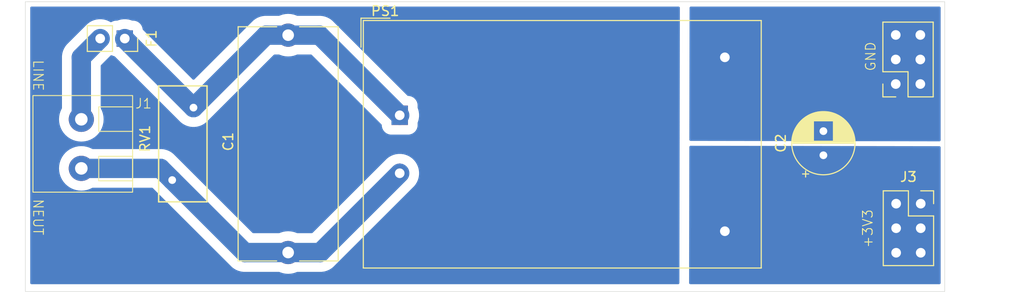
<source format=kicad_pcb>
(kicad_pcb (version 20240108) (generator "pcbnew") (generator_version "8.0")
  (layers (0 "F.Cu" signal) (31 "B.Cu" signal) (34 "B.Paste" user) (35 "F.Paste" user) (36 "B.SilkS" user "B.Silkscreen") (37 "F.SilkS" user "F.Silkscreen") (38 "B.Mask" user) (39 "F.Mask" user) (44 "Edge.Cuts" user))
  (net 0 "")
  (net 1 "GND")
  (net 2 "Net-(PS1-AC{slash}L)")
  (net 3 "NEUT")
  (net 4 "LINE")
  (net 5 "+3V3")
  (footprint "Connector_PinSocket_2.54mm:PinSocket_2x03_P2.54mm_Vertical" (layer "F.Cu") (at 142.31 39.7675 180)
    (property "Reference" "J4" (hide yes))
    (property "Value" "Conn_02x03_Counter_Clockwise")
    (fp_line (start 1.33 1.27) (end 1.33 6.41) (stroke (width 0.12)) (layer "F.SilkS"))
    (fp_line (start 1.33 -1.33) (end 1.33 0) (stroke (width 0.12)) (layer "F.SilkS"))
    (fp_line (start 0 -1.33) (end 1.33 -1.33) (stroke (width 0.12)) (layer "F.SilkS"))
    (fp_line (start -1.27 1.27) (end 1.33 1.27) (stroke (width 0.12)) (layer "F.SilkS"))
    (fp_line (start -1.27 -1.33) (end -1.27 1.27) (stroke (width 0.12)) (layer "F.SilkS"))
    (fp_line (start -3.87 6.41) (end 1.33 6.41) (stroke (width 0.12)) (layer "F.SilkS"))
    (fp_line (start -3.87 -1.33) (end -1.27 -1.33) (stroke (width 0.12)) (layer "F.SilkS"))
    (fp_line (start -3.87 -1.33) (end -3.87 6.41) (stroke (width 0.12)) (layer "F.SilkS"))
    (pad "1" thru_hole rect (at 0 0 180) (size 1.7 1.7) (drill 1) (layers "*.Cu" "*.Mask") (net 1 "GND"))
    (pad "2" thru_hole oval (at -2.54 0 180) (size 1.7 1.7) (drill 1) (layers "*.Cu" "*.Mask") (net 1 "GND"))
    (pad "3" thru_hole oval (at 0 2.54 180) (size 1.7 1.7) (drill 1) (layers "*.Cu" "*.Mask") (net 1 "GND"))
    (pad "4" thru_hole oval (at -2.54 2.54 180) (size 1.7 1.7) (drill 1) (layers "*.Cu" "*.Mask") (net 1 "GND"))
    (pad "5" thru_hole oval (at 0 5.08 180) (size 1.7 1.7) (drill 1) (layers "*.Cu" "*.Mask") (net 1 "GND"))
    (pad "6" thru_hole oval (at -2.54 5.08 180) (size 1.7 1.7) (drill 1) (layers "*.Cu" "*.Mask") (net 1 "GND"))
  )
  (footprint "Capacitor_THT:CP_Radial_D6.3mm_P2.50mm" (layer "F.Cu") (at 134.83375 47.14238 90)
    (property "Reference" "C2" (at 1.25 -4.4 -90) (layer "F.SilkS"))
    (property "Value" "100uF")
    (fp_line (start 1.33 -3.23) (end 1.33 3.23) (stroke (width 0.12)) (layer "F.SilkS"))
    (fp_line (start 1.29 -3.23) (end 1.29 3.23) (stroke (width 0.12)) (layer "F.SilkS"))
    (fp_line (start 1.25 -3.23) (end 1.25 3.23) (stroke (width 0.12)) (layer "F.SilkS"))
    (fp_line (start 1.37 -3.228) (end 1.37 3.228) (stroke (width 0.12)) (layer "F.SilkS"))
    (fp_line (start 1.41 -3.227) (end 1.41 3.227) (stroke (width 0.12)) (layer "F.SilkS"))
    (fp_line (start 1.45 -3.224) (end 1.45 3.224) (stroke (width 0.12)) (layer "F.SilkS"))
    (fp_line (start 1.49 -3.222) (end 1.49 -1.04) (stroke (width 0.12)) (layer "F.SilkS"))
    (fp_line (start 1.53 -3.218) (end 1.53 -1.04) (stroke (width 0.12)) (layer "F.SilkS"))
    (fp_line (start 1.57 -3.215) (end 1.57 -1.04) (stroke (width 0.12)) (layer "F.SilkS"))
    (fp_line (start 1.61 -3.211) (end 1.61 -1.04) (stroke (width 0.12)) (layer "F.SilkS"))
    (fp_line (start 1.65 -3.206) (end 1.65 -1.04) (stroke (width 0.12)) (layer "F.SilkS"))
    (fp_line (start 1.69 -3.201) (end 1.69 -1.04) (stroke (width 0.12)) (layer "F.SilkS"))
    (fp_line (start 1.73 -3.195) (end 1.73 -1.04) (stroke (width 0.12)) (layer "F.SilkS"))
    (fp_line (start 1.77 -3.189) (end 1.77 -1.04) (stroke (width 0.12)) (layer "F.SilkS"))
    (fp_line (start 1.81 -3.182) (end 1.81 -1.04) (stroke (width 0.12)) (layer "F.SilkS"))
    (fp_line (start 1.85 -3.175) (end 1.85 -1.04) (stroke (width 0.12)) (layer "F.SilkS"))
    (fp_line (start 1.89 -3.167) (end 1.89 -1.04) (stroke (width 0.12)) (layer "F.SilkS"))
    (fp_line (start 1.93 -3.159) (end 1.93 -1.04) (stroke (width 0.12)) (layer "F.SilkS"))
    (fp_line (start 1.971 -3.15) (end 1.971 -1.04) (stroke (width 0.12)) (layer "F.SilkS"))
    (fp_line (start 2.011 -3.141) (end 2.011 -1.04) (stroke (width 0.12)) (layer "F.SilkS"))
    (fp_line (start 2.051 -3.131) (end 2.051 -1.04) (stroke (width 0.12)) (layer "F.SilkS"))
    (fp_line (start 2.091 -3.121) (end 2.091 -1.04) (stroke (width 0.12)) (layer "F.SilkS"))
    (fp_line (start 2.131 -3.11) (end 2.131 -1.04) (stroke (width 0.12)) (layer "F.SilkS"))
    (fp_line (start 2.171 -3.098) (end 2.171 -1.04) (stroke (width 0.12)) (layer "F.SilkS"))
    (fp_line (start 2.211 -3.086) (end 2.211 -1.04) (stroke (width 0.12)) (layer "F.SilkS"))
    (fp_line (start 2.251 -3.074) (end 2.251 -1.04) (stroke (width 0.12)) (layer "F.SilkS"))
    (fp_line (start 2.291 -3.061) (end 2.291 -1.04) (stroke (width 0.12)) (layer "F.SilkS"))
    (fp_line (start 2.331 -3.047) (end 2.331 -1.04) (stroke (width 0.12)) (layer "F.SilkS"))
    (fp_line (start 2.371 -3.033) (end 2.371 -1.04) (stroke (width 0.12)) (layer "F.SilkS"))
    (fp_line (start 2.411 -3.018) (end 2.411 -1.04) (stroke (width 0.12)) (layer "F.SilkS"))
    (fp_line (start 2.451 -3.002) (end 2.451 -1.04) (stroke (width 0.12)) (layer "F.SilkS"))
    (fp_line (start 2.491 -2.986) (end 2.491 -1.04) (stroke (width 0.12)) (layer "F.SilkS"))
    (fp_line (start 2.531 -2.97) (end 2.531 -1.04) (stroke (width 0.12)) (layer "F.SilkS"))
    (fp_line (start 2.571 -2.952) (end 2.571 -1.04) (stroke (width 0.12)) (layer "F.SilkS"))
    (fp_line (start 2.611 -2.934) (end 2.611 -1.04) (stroke (width 0.12)) (layer "F.SilkS"))
    (fp_line (start 2.651 -2.916) (end 2.651 -1.04) (stroke (width 0.12)) (layer "F.SilkS"))
    (fp_line (start 2.691 -2.896) (end 2.691 -1.04) (stroke (width 0.12)) (layer "F.SilkS"))
    (fp_line (start 2.731 -2.876) (end 2.731 -1.04) (stroke (width 0.12)) (layer "F.SilkS"))
    (fp_line (start 2.771 -2.856) (end 2.771 -1.04) (stroke (width 0.12)) (layer "F.SilkS"))
    (fp_line (start 2.811 -2.834) (end 2.811 -1.04) (stroke (width 0.12)) (layer "F.SilkS"))
    (fp_line (start 2.851 -2.812) (end 2.851 -1.04) (stroke (width 0.12)) (layer "F.SilkS"))
    (fp_line (start 2.891 -2.79) (end 2.891 -1.04) (stroke (width 0.12)) (layer "F.SilkS"))
    (fp_line (start 2.931 -2.766) (end 2.931 -1.04) (stroke (width 0.12)) (layer "F.SilkS"))
    (fp_line (start 2.971 -2.742) (end 2.971 -1.04) (stroke (width 0.12)) (layer "F.SilkS"))
    (fp_line (start 3.011 -2.716) (end 3.011 -1.04) (stroke (width 0.12)) (layer "F.SilkS"))
    (fp_line (start 3.051 -2.69) (end 3.051 -1.04) (stroke (width 0.12)) (layer "F.SilkS"))
    (fp_line (start 3.091 -2.664) (end 3.091 -1.04) (stroke (width 0.12)) (layer "F.SilkS"))
    (fp_line (start 3.131 -2.636) (end 3.131 -1.04) (stroke (width 0.12)) (layer "F.SilkS"))
    (fp_line (start 3.171 -2.607) (end 3.171 -1.04) (stroke (width 0.12)) (layer "F.SilkS"))
    (fp_line (start 3.211 -2.578) (end 3.211 -1.04) (stroke (width 0.12)) (layer "F.SilkS"))
    (fp_line (start 3.251 -2.548) (end 3.251 -1.04) (stroke (width 0.12)) (layer "F.SilkS"))
    (fp_line (start 3.291 -2.516) (end 3.291 -1.04) (stroke (width 0.12)) (layer "F.SilkS"))
    (fp_line (start 3.331 -2.484) (end 3.331 -1.04) (stroke (width 0.12)) (layer "F.SilkS"))
    (fp_line (start 3.371 -2.45) (end 3.371 -1.04) (stroke (width 0.12)) (layer "F.SilkS"))
    (fp_line (start 3.411 -2.416) (end 3.411 -1.04) (stroke (width 0.12)) (layer "F.SilkS"))
    (fp_line (start 3.451 -2.38) (end 3.451 -1.04) (stroke (width 0.12)) (layer "F.SilkS"))
    (fp_line (start 3.491 -2.343) (end 3.491 -1.04) (stroke (width 0.12)) (layer "F.SilkS"))
    (fp_line (start 3.531 -2.305) (end 3.531 -1.04) (stroke (width 0.12)) (layer "F.SilkS"))
    (fp_line (start 3.571 -2.265) (end 3.571 2.265) (stroke (width 0.12)) (layer "F.SilkS"))
    (fp_line (start 3.611 -2.224) (end 3.611 2.224) (stroke (width 0.12)) (layer "F.SilkS"))
    (fp_line (start 3.651 -2.182) (end 3.651 2.182) (stroke (width 0.12)) (layer "F.SilkS"))
    (fp_line (start -1.935241 -2.154) (end -1.935241 -1.524) (stroke (width 0.12)) (layer "F.SilkS"))
    (fp_line (start 3.691 -2.137) (end 3.691 2.137) (stroke (width 0.12)) (layer "F.SilkS"))
    (fp_line (start 3.731 -2.092) (end 3.731 2.092) (stroke (width 0.12)) (layer "F.SilkS"))
    (fp_line (start 3.771 -2.044) (end 3.771 2.044) (stroke (width 0.12)) (layer "F.SilkS"))
    (fp_line (start 3.811 -1.995) (end 3.811 1.995) (stroke (width 0.12)) (layer "F.SilkS"))
    (fp_line (start 3.851 -1.944) (end 3.851 1.944) (stroke (width 0.12)) (layer "F.SilkS"))
    (fp_line (start 3.891 -1.89) (end 3.891 1.89) (stroke (width 0.12)) (layer "F.SilkS"))
    (fp_line (start -2.250241 -1.839) (end -1.620241 -1.839) (stroke (width 0.12)) (layer "F.SilkS"))
    (fp_line (start 3.931 -1.834) (end 3.931 1.834) (stroke (width 0.12)) (layer "F.SilkS"))
    (fp_line (start 3.971 -1.776) (end 3.971 1.776) (stroke (width 0.12)) (layer "F.SilkS"))
    (fp_line (start 4.011 -1.714) (end 4.011 1.714) (stroke (width 0.12)) (layer "F.SilkS"))
    (fp_line (start 4.051 -1.65) (end 4.051 1.65) (stroke (width 0.12)) (layer "F.SilkS"))
    (fp_line (start 4.091 -1.581) (end 4.091 1.581) (stroke (width 0.12)) (layer "F.SilkS"))
    (fp_line (start 4.131 -1.509) (end 4.131 1.509) (stroke (width 0.12)) (layer "F.SilkS"))
    (fp_line (start 4.171 -1.432) (end 4.171 1.432) (stroke (width 0.12)) (layer "F.SilkS"))
    (fp_line (start 4.211 -1.35) (end 4.211 1.35) (stroke (width 0.12)) (layer "F.SilkS"))
    (fp_line (start 4.251 -1.262) (end 4.251 1.262) (stroke (width 0.12)) (layer "F.SilkS"))
    (fp_line (start 4.291 -1.165) (end 4.291 1.165) (stroke (width 0.12)) (layer "F.SilkS"))
    (fp_line (start 4.331 -1.059) (end 4.331 1.059) (stroke (width 0.12)) (layer "F.SilkS"))
    (fp_line (start 4.371 -0.94) (end 4.371 0.94) (stroke (width 0.12)) (layer "F.SilkS"))
    (fp_line (start 4.411 -0.802) (end 4.411 0.802) (stroke (width 0.12)) (layer "F.SilkS"))
    (fp_line (start 4.451 -0.633) (end 4.451 0.633) (stroke (width 0.12)) (layer "F.SilkS"))
    (fp_line (start 4.491 -0.402) (end 4.491 0.402) (stroke (width 0.12)) (layer "F.SilkS"))
    (fp_line (start 3.531 1.04) (end 3.531 2.305) (stroke (width 0.12)) (layer "F.SilkS"))
    (fp_line (start 3.491 1.04) (end 3.491 2.343) (stroke (width 0.12)) (layer "F.SilkS"))
    (fp_line (start 3.451 1.04) (end 3.451 2.38) (stroke (width 0.12)) (layer "F.SilkS"))
    (fp_line (start 3.411 1.04) (end 3.411 2.416) (stroke (width 0.12)) (layer "F.SilkS"))
    (fp_line (start 3.371 1.04) (end 3.371 2.45) (stroke (width 0.12)) (layer "F.SilkS"))
    (fp_line (start 3.331 1.04) (end 3.331 2.484) (stroke (width 0.12)) (layer "F.SilkS"))
    (fp_line (start 3.291 1.04) (end 3.291 2.516) (stroke (width 0.12)) (layer "F.SilkS"))
    (fp_line (start 3.251 1.04) (end 3.251 2.548) (stroke (width 0.12)) (layer "F.SilkS"))
    (fp_line (start 3.211 1.04) (end 3.211 2.578) (stroke (width 0.12)) (layer "F.SilkS"))
    (fp_line (start 3.171 1.04) (end 3.171 2.607) (stroke (width 0.12)) (layer "F.SilkS"))
    (fp_line (start 3.131 1.04) (end 3.131 2.636) (stroke (width 0.12)) (layer "F.SilkS"))
    (fp_line (start 3.091 1.04) (end 3.091 2.664) (stroke (width 0.12)) (layer "F.SilkS"))
    (fp_line (start 3.051 1.04) (end 3.051 2.69) (stroke (width 0.12)) (layer "F.SilkS"))
    (fp_line (start 3.011 1.04) (end 3.011 2.716) (stroke (width 0.12)) (layer "F.SilkS"))
    (fp_line (start 2.971 1.04) (end 2.971 2.742) (stroke (width 0.12)) (layer "F.SilkS"))
    (fp_line (start 2.931 1.04) (end 2.931 2.766) (stroke (width 0.12)) (layer "F.SilkS"))
    (fp_line (start 2.891 1.04) (end 2.891 2.79) (stroke (width 0.12)) (layer "F.SilkS"))
    (fp_line (start 2.851 1.04) (end 2.851 2.812) (stroke (width 0.12)) (layer "F.SilkS"))
    (fp_line (start 2.811 1.04) (end 2.811 2.834) (stroke (width 0.12)) (layer "F.SilkS"))
    (fp_line (start 2.771 1.04) (end 2.771 2.856) (stroke (width 0.12)) (layer "F.SilkS"))
    (fp_line (start 2.731 1.04) (end 2.731 2.876) (stroke (width 0.12)) (layer "F.SilkS"))
    (fp_line (start 2.691 1.04) (end 2.691 2.896) (stroke (width 0.12)) (layer "F.SilkS"))
    (fp_line (start 2.651 1.04) (end 2.651 2.916) (stroke (width 0.12)) (layer "F.SilkS"))
    (fp_line (start 2.611 1.04) (end 2.611 2.934) (stroke (width 0.12)) (layer "F.SilkS"))
    (fp_line (start 2.571 1.04) (end 2.571 2.952) (stroke (width 0.12)) (layer "F.SilkS"))
    (fp_line (start 2.531 1.04) (end 2.531 2.97) (stroke (width 0.12)) (layer "F.SilkS"))
    (fp_line (start 2.491 1.04) (end 2.491 2.986) (stroke (width 0.12)) (layer "F.SilkS"))
    (fp_line (start 2.451 1.04) (end 2.451 3.002) (stroke (width 0.12)) (layer "F.SilkS"))
    (fp_line (start 2.411 1.04) (end 2.411 3.018) (stroke (width 0.12)) (layer "F.SilkS"))
    (fp_line (start 2.371 1.04) (end 2.371 3.033) (stroke (width 0.12)) (layer "F.SilkS"))
    (fp_line (start 2.331 1.04) (end 2.331 3.047) (stroke (width 0.12)) (layer "F.SilkS"))
    (fp_line (start 2.291 1.04) (end 2.291 3.061) (stroke (width 0.12)) (layer "F.SilkS"))
    (fp_line (start 2.251 1.04) (end 2.251 3.074) (stroke (width 0.12)) (layer "F.SilkS"))
    (fp_line (start 2.211 1.04) (end 2.211 3.086) (stroke (width 0.12)) (layer "F.SilkS"))
    (fp_line (start 2.171 1.04) (end 2.171 3.098) (stroke (width 0.12)) (layer "F.SilkS"))
    (fp_line (start 2.131 1.04) (end 2.131 3.11) (stroke (width 0.12)) (layer "F.SilkS"))
    (fp_line (start 2.091 1.04) (end 2.091 3.121) (stroke (width 0.12)) (layer "F.SilkS"))
    (fp_line (start 2.051 1.04) (end 2.051 3.131) (stroke (width 0.12)) (layer "F.SilkS"))
    (fp_line (start 2.011 1.04) (end 2.011 3.141) (stroke (width 0.12)) (layer "F.SilkS"))
    (fp_line (start 1.971 1.04) (end 1.971 3.15) (stroke (width 0.12)) (layer "F.SilkS"))
    (fp_line (start 1.93 1.04) (end 1.93 3.159) (stroke (width 0.12)) (layer "F.SilkS"))
    (fp_line (start 1.89 1.04) (end 1.89 3.167) (stroke (width 0.12)) (layer "F.SilkS"))
    (fp_line (start 1.85 1.04) (end 1.85 3.175) (stroke (width 0.12)) (layer "F.SilkS"))
    (fp_line (start 1.81 1.04) (end 1.81 3.182) (stroke (width 0.12)) (layer "F.SilkS"))
    (fp_line (start 1.77 1.04) (end 1.77 3.189) (stroke (width 0.12)) (layer "F.SilkS"))
    (fp_line (start 1.73 1.04) (end 1.73 3.195) (stroke (width 0.12)) (layer "F.SilkS"))
    (fp_line (start 1.69 1.04) (end 1.69 3.201) (stroke (width 0.12)) (layer "F.SilkS"))
    (fp_line (start 1.65 1.04) (end 1.65 3.206) (stroke (width 0.12)) (layer "F.SilkS"))
    (fp_line (start 1.61 1.04) (end 1.61 3.211) (stroke (width 0.12)) (layer "F.SilkS"))
    (fp_line (start 1.57 1.04) (end 1.57 3.215) (stroke (width 0.12)) (layer "F.SilkS"))
    (fp_line (start 1.53 1.04) (end 1.53 3.218) (stroke (width 0.12)) (layer "F.SilkS"))
    (fp_line (start 1.49 1.04) (end 1.49 3.222) (stroke (width 0.12)) (layer "F.SilkS"))
    (fp_circle (center 1.25 0) (end 4.52 0) (stroke (width 0.12)) (fill none) (layer "F.SilkS"))
    (pad "1" thru_hole rect (at 0 0 90) (size 1.6 1.6) (drill 0.8) (layers "*.Cu" "*.Mask") (net 5 "+3V3"))
    (pad "2" thru_hole circle (at 2.5 0 90) (size 1.6 1.6) (drill 0.8) (layers "*.Cu" "*.Mask") (net 1 "GND"))
  )
  (footprint "Varistor:RV_Disc_D12mm_W5mm_P7.5mm" (layer "F.Cu") (at 67.54 49.71 90)
    (property "Reference" "RV1" (at 4.29 -2.8 -90) (layer "F.SilkS"))
    (property "Value" "350V")
    (fp_line (start 9.75 -1.4) (end 9.75 3.6) (stroke (width 0.15)) (layer "F.SilkS"))
    (fp_line (start -2.25 -1.4) (end 9.75 -1.4) (stroke (width 0.15)) (layer "F.SilkS"))
    (fp_line (start -2.25 -1.4) (end -2.25 3.6) (stroke (width 0.15)) (layer "F.SilkS"))
    (fp_line (start -2.25 3.6) (end 9.75 3.6) (stroke (width 0.15)) (layer "F.SilkS"))
    (pad "1" thru_hole circle (at 0 0 90) (size 1.8 1.8) (drill 0.8) (layers "*.Cu" "*.Mask") (net 3 "NEUT"))
    (pad "2" thru_hole circle (at 7.5 2.2 90) (size 1.8 1.8) (drill 0.8) (layers "*.Cu" "*.Mask") (net 2 "Net-(PS1-AC{slash}L)"))
  )
  (footprint "Connector_PinSocket_2.54mm:PinSocket_1x02_P2.54mm_Vertical" (layer "F.Cu") (at 62.64 35.06 -90)
    (property "Reference" "F1" (at 0 -2.77 90) (layer "F.SilkS"))
    (property "Value" "1A/250V")
    (fp_line (start -1.33 3.87) (end 1.33 3.87) (stroke (width 0.12)) (layer "F.SilkS"))
    (fp_line (start -1.33 1.27) (end -1.33 3.87) (stroke (width 0.12)) (layer "F.SilkS"))
    (fp_line (start -1.33 1.27) (end 1.33 1.27) (stroke (width 0.12)) (layer "F.SilkS"))
    (fp_line (start 1.33 1.27) (end 1.33 3.87) (stroke (width 0.12)) (layer "F.SilkS"))
    (fp_line (start 0 -1.33) (end 1.33 -1.33) (stroke (width 0.12)) (layer "F.SilkS"))
    (fp_line (start 1.33 -1.33) (end 1.33 0) (stroke (width 0.12)) (layer "F.SilkS"))
    (pad "1" thru_hole rect (at 0 0 270) (size 1.7 1.7) (drill 1) (layers "*.Cu" "*.Mask") (net 2 "Net-(PS1-AC{slash}L)"))
    (pad "2" thru_hole oval (at 0 2.54 270) (size 1.7 1.7) (drill 1) (layers "*.Cu" "*.Mask") (net 4 "LINE"))
  )
  (footprint "Capacitor_THT:C_Rect_L24.0mm_W10.1mm_P22.50mm_MKT" (layer "F.Cu") (at 79.52375 34.71 -90)
    (property "Reference" "C1" (at 11.02 6.19375 90) (layer "F.SilkS"))
    (property "Value" "0.1uF/275Vac")
    (fp_line (start -0.87 5.17) (end 23.37 5.17) (stroke (width 0.12)) (layer "F.SilkS"))
    (fp_line (start -0.87 1.185) (end -0.87 5.17) (stroke (width 0.12)) (layer "F.SilkS"))
    (fp_line (start 23.37 1.185) (end 23.37 5.17) (stroke (width 0.12)) (layer "F.SilkS"))
    (fp_line (start -0.87 -5.17) (end -0.87 -1.185) (stroke (width 0.12)) (layer "F.SilkS"))
    (fp_line (start -0.87 -5.17) (end 23.37 -5.17) (stroke (width 0.12)) (layer "F.SilkS"))
    (fp_line (start 23.37 -5.17) (end 23.37 -1.185) (stroke (width 0.12)) (layer "F.SilkS"))
    (pad "1" thru_hole circle (at 0 0 270) (size 2.4 2.4) (drill 1.2) (layers "*.Cu" "*.Mask") (net 2 "Net-(PS1-AC{slash}L)"))
    (pad "2" thru_hole circle (at 22.5 0 270) (size 2.4 2.4) (drill 1.2) (layers "*.Cu" "*.Mask") (net 3 "NEUT"))
  )
  (footprint "1_Custom_Library:1x2P_5.00_Screw_Terminal_Block" (layer "F.Cu") (at 58.3 46.75 180)
    (property "Reference" "J1" (at -6.28 4.96 0) (layer "F.SilkS") (effects (font (thickness 0.1))))
    (property "Value" "Screw_Terminal_01x02")
    (fp_rect (start -5.15 2.08) (end -1.65 4.62) (stroke (width 0.1)) (fill none) (layer "F.SilkS"))
    (fp_rect (start -5.15 -3.04) (end -1.65 -0.5) (stroke (width 0.1)) (fill none) (layer "F.SilkS"))
    (fp_rect (start -5.15 -4.21) (end 5.15 5.79) (stroke (width 0.1)) (fill none) (layer "F.SilkS"))
    (pad "1" thru_hole circle (at 0.15 -1.75 180) (size 2.6 2.6) (drill 1.3) (layers "*.Cu" "*.Mask") (net 3 "NEUT"))
    (pad "2" thru_hole circle (at 0.15 3.33 180) (size 2.6 2.6) (drill 1.3) (layers "*.Cu" "*.Mask") (net 4 "LINE"))
  )
  (footprint "Connector_PinSocket_2.54mm:PinSocket_2x03_P2.54mm_Vertical" (layer "F.Cu") (at 144.89 52.1525)
    (property "Reference" "J3" (at -1.27 -2.77 0) (layer "F.SilkS"))
    (property "Value" "Conn_02x03_Counter_Clockwise")
    (fp_line (start -3.87 -1.33) (end -3.87 6.41) (stroke (width 0.12)) (layer "F.SilkS"))
    (fp_line (start -3.87 -1.33) (end -1.27 -1.33) (stroke (width 0.12)) (layer "F.SilkS"))
    (fp_line (start -3.87 6.41) (end 1.33 6.41) (stroke (width 0.12)) (layer "F.SilkS"))
    (fp_line (start -1.27 -1.33) (end -1.27 1.27) (stroke (width 0.12)) (layer "F.SilkS"))
    (fp_line (start -1.27 1.27) (end 1.33 1.27) (stroke (width 0.12)) (layer "F.SilkS"))
    (fp_line (start 0 -1.33) (end 1.33 -1.33) (stroke (width 0.12)) (layer "F.SilkS"))
    (fp_line (start 1.33 -1.33) (end 1.33 0) (stroke (width 0.12)) (layer "F.SilkS"))
    (fp_line (start 1.33 1.27) (end 1.33 6.41) (stroke (width 0.12)) (layer "F.SilkS"))
    (pad "1" thru_hole rect (at 0 0) (size 1.7 1.7) (drill 1) (layers "*.Cu" "*.Mask") (net 5 "+3V3"))
    (pad "2" thru_hole oval (at -2.54 0) (size 1.7 1.7) (drill 1) (layers "*.Cu" "*.Mask") (net 5 "+3V3"))
    (pad "3" thru_hole oval (at 0 2.54) (size 1.7 1.7) (drill 1) (layers "*.Cu" "*.Mask") (net 5 "+3V3"))
    (pad "4" thru_hole oval (at -2.54 2.54) (size 1.7 1.7) (drill 1) (layers "*.Cu" "*.Mask") (net 5 "+3V3"))
    (pad "5" thru_hole oval (at 0 5.08) (size 1.7 1.7) (drill 1) (layers "*.Cu" "*.Mask") (net 5 "+3V3"))
    (pad "6" thru_hole oval (at -2.54 5.08) (size 1.7 1.7) (drill 1) (layers "*.Cu" "*.Mask") (net 5 "+3V3"))
  )
  (footprint "Converter_ACDC:Converter_ACDC_Hi-Link_HLK-5Mxx" (layer "F.Cu") (at 91.05 43.0025)
    (property "Reference" "PS1" (at -1.5 -10.79 0) (layer "F.SilkS"))
    (property "Value" "HLK-5M03")
    (fp_line (start -4 -10.05) (end -1 -10.05) (stroke (width 0.12)) (layer "F.SilkS"))
    (fp_line (start -4 -7.05) (end -4 -10.05) (stroke (width 0.12)) (layer "F.SilkS"))
    (fp_line (start -3.76 -9.81) (end -3.76 15.81) (stroke (width 0.12)) (layer "F.SilkS"))
    (fp_line (start -3.76 -9.81) (end 37.36 -9.81) (stroke (width 0.12)) (layer "F.SilkS"))
    (fp_line (start -3.76 15.81) (end 37.36 15.81) (stroke (width 0.12)) (layer "F.SilkS"))
    (fp_line (start 37.36 -9.81) (end 37.36 15.81) (stroke (width 0.12)) (layer "F.SilkS"))
    (pad "1" thru_hole rect (at 0 0) (size 1.7 2) (drill 1) (layers "*.Cu" "*.Mask") (net 2 "Net-(PS1-AC{slash}L)"))
    (pad "2" thru_hole oval (at 0 6) (size 1.7 2) (drill 1) (layers "*.Cu" "*.Mask") (net 3 "NEUT"))
    (pad "3" thru_hole oval (at 33.6 -6) (size 1.7 2) (drill 1) (layers "*.Cu" "*.Mask") (net 1 "GND"))
    (pad "4" thru_hole oval (at 33.6 12) (size 1.7 2) (drill 1) (layers "*.Cu" "*.Mask") (net 5 "+3V3"))
  )
  (gr_rect (start 52.37 31.25) (end 147.37 61.25) (stroke (width 0.05)) (fill none) (layer "Edge.Cuts"))
  (gr_text "NEUT" (at 53.1 51.6 -90) (layer "F.SilkS") (effects (font (size 1 1) (thickness 0.1)) (justify left bottom)))
  (gr_text "+3V3" (at 140 56.8 90) (layer "F.SilkS") (effects (font (size 1 1) (thickness 0.1)) (justify left bottom)))
  (gr_text "GND" (at 140.3 38.5 90) (layer "F.SilkS") (effects (font (size 1 1) (thickness 0.1)) (justify left bottom)))
  (gr_text "LINE" (at 53.1 37.2 -90) (layer "F.SilkS") (effects (font (size 1 1) (thickness 0.1)) (justify left bottom)))
  (segment (start 62.64 35.11) (end 69.74 42.21) (width 2) (layer "B.Cu") (net 2))
  (segment (start 79.52375 34.71) (end 82.7575 34.71) (width 2) (layer "B.Cu") (net 2))
  (segment (start 77.24 34.71) (end 69.74 42.21) (width 2) (layer "B.Cu") (net 2))
  (segment (start 82.7575 34.71) (end 91.05 43.0025) (width 2) (layer "B.Cu") (net 2))
  (segment (start 79.52375 34.71) (end 77.24 34.71) (width 2) (layer "B.Cu") (net 2))
  (segment (start 62.64 35.06) (end 62.64 35.11) (width 2) (layer "B.Cu") (net 2))
  (segment (start 82.8425 57.21) (end 91.05 49.0025) (width 2) (layer "B.Cu") (net 3))
  (segment (start 58.15 48.5) (end 66.33 48.5) (width 2) (layer "B.Cu") (net 3))
  (segment (start 75.04 57.21) (end 67.54 49.71) (width 2) (layer "B.Cu") (net 3))
  (segment (start 79.52375 57.21) (end 75.04 57.21) (width 2) (layer "B.Cu") (net 3))
  (segment (start 66.33 48.5) (end 67.54 49.71) (width 2) (layer "B.Cu") (net 3))
  (segment (start 79.52375 57.21) (end 82.8425 57.21) (width 2) (layer "B.Cu") (net 3))
  (segment (start 58.15 37.01) (end 60.1 35.06) (width 2) (layer "B.Cu") (net 4))
  (segment (start 58.15 43.42) (end 58.15 37.01) (width 2) (layer "B.Cu") (net 4))
  (zone (net 5) (net_name "+3V3") (layer "B.Cu") (connect_pads yes (clearance 0.5)) (min_thickness 0.25) (fill yes (thermal_gap 0.5) (thermal_bridge_width 0.5))
    (polygon (pts (xy 120.05 45.95) (xy 147.45 45.95) (xy 147.45 61) (xy 119.95 61)))
  )
  (zone (net 1) (net_name "GND") (layer "B.Cu") (priority 1) (connect_pads yes (clearance 0.5)) (min_thickness 0.25) (fill yes (thermal_gap 0.5) (thermal_bridge_width 0.5))
    (polygon (pts (xy 120.05 45.65) (xy 147.45 45.7) (xy 147.45 31.2) (xy 120 31.25)))
  )
  (zone (net 0) (net_name "") (layer "B.Cu") (priority 2) (connect_pads yes (clearance 1)) (min_thickness 0.25) (fill yes (thermal_gap 0.5) (thermal_bridge_width 0.5) (island_removal_mode 1) (island_area_min 10))
    (polygon (pts (xy 120 31.25) (xy 119.95 61) (xy 52.35 61) (xy 52.35 31.2)))
  )
)
</source>
